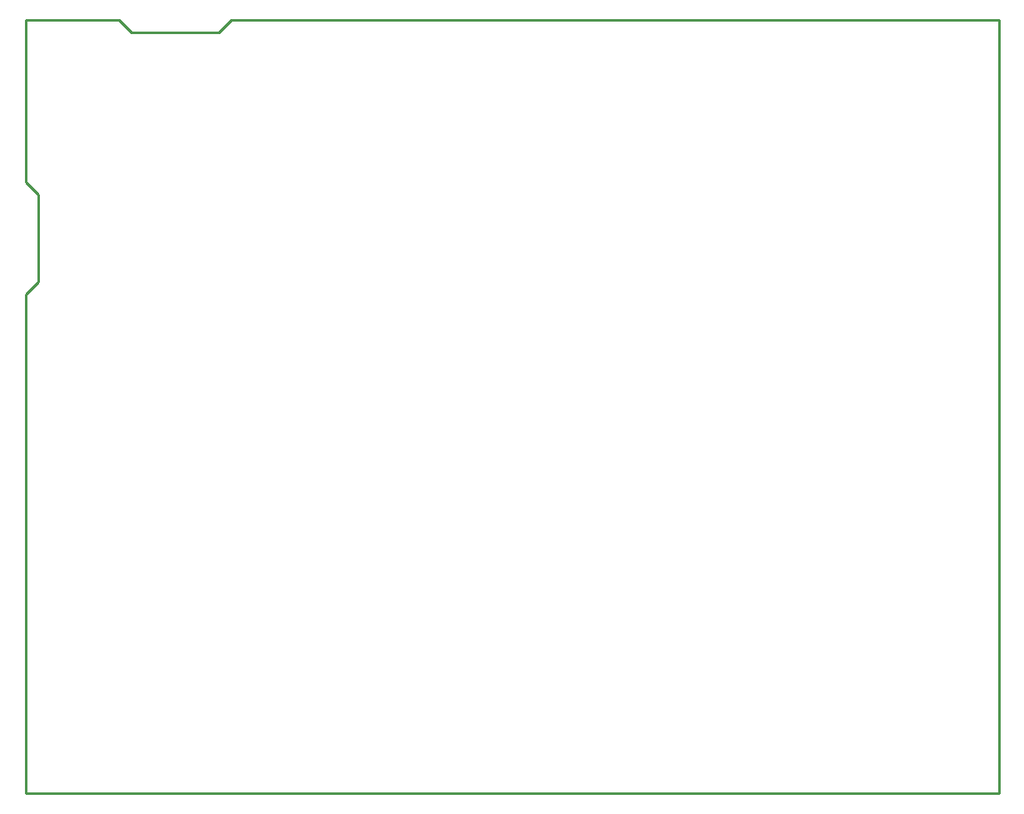
<source format=gbr>
%TF.GenerationSoftware,KiCad,Pcbnew,5.1.6-c6e7f7d~87~ubuntu18.04.1*%
%TF.CreationDate,2021-03-10T15:58:37+02:00*%
%TF.ProjectId,RK3328-SOM-EVB_Rev_A,524b3333-3238-42d5-934f-4d2d4556425f,A*%
%TF.SameCoordinates,Original*%
%TF.FileFunction,Profile,NP*%
%FSLAX46Y46*%
G04 Gerber Fmt 4.6, Leading zero omitted, Abs format (unit mm)*
G04 Created by KiCad (PCBNEW 5.1.6-c6e7f7d~87~ubuntu18.04.1) date 2021-03-10 15:58:37*
%MOMM*%
%LPD*%
G01*
G04 APERTURE LIST*
%TA.AperFunction,Profile*%
%ADD10C,0.254000*%
%TD*%
G04 APERTURE END LIST*
D10*
X111125000Y-53340000D02*
X101600000Y-53340000D01*
X121285000Y-54610000D02*
X122555000Y-53340000D01*
X112395000Y-54610000D02*
X121285000Y-54610000D01*
X111125000Y-53340000D02*
X112395000Y-54610000D01*
X101600000Y-69850000D02*
X101600000Y-53340000D01*
X102870000Y-80010000D02*
X101600000Y-81280000D01*
X102870000Y-71120000D02*
X102870000Y-80010000D01*
X101600000Y-69850000D02*
X102870000Y-71120000D01*
X101600000Y-81280000D02*
X101600000Y-132080000D01*
X200660000Y-53340000D02*
X122555000Y-53340000D01*
X200660000Y-132080000D02*
X200660000Y-53340000D01*
X101600000Y-132080000D02*
X200660000Y-132080000D01*
M02*

</source>
